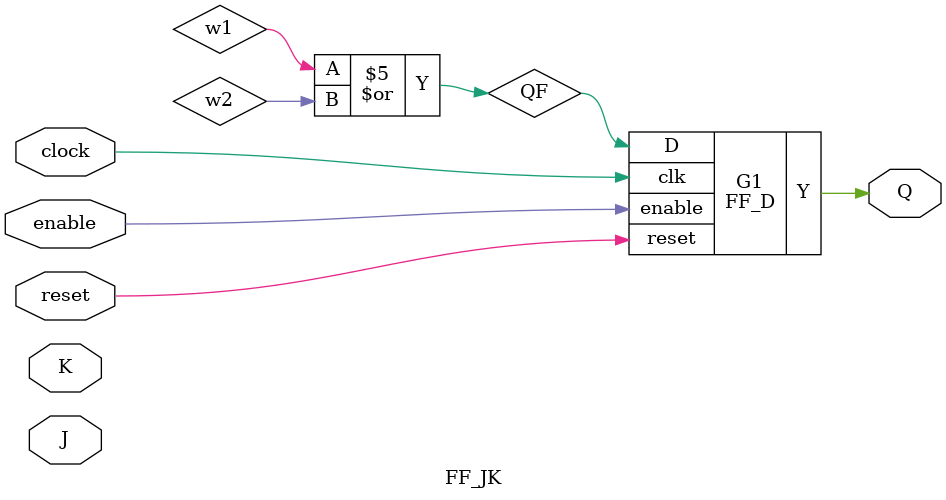
<source format=v>
module FF_D(input wire clk, reset, enable, D, output reg Y) ;
  always @(posedge clk or posedge enable or posedge reset) begin
    if (reset)  Y <= 1'b0;
    else if(enable) Y <= D;
  end
endmodule

module FF_JK(input wire clock, reset, enable, J, K, output wire Q);
  wire c1, c2;

  FF_D G1(clock, reset, enable, QF, Q);

  and U1(c1, ~Q, J);
  and U2(c2, Q, ~K);
  or U3(QF, w1, w2);

endmodule

</source>
